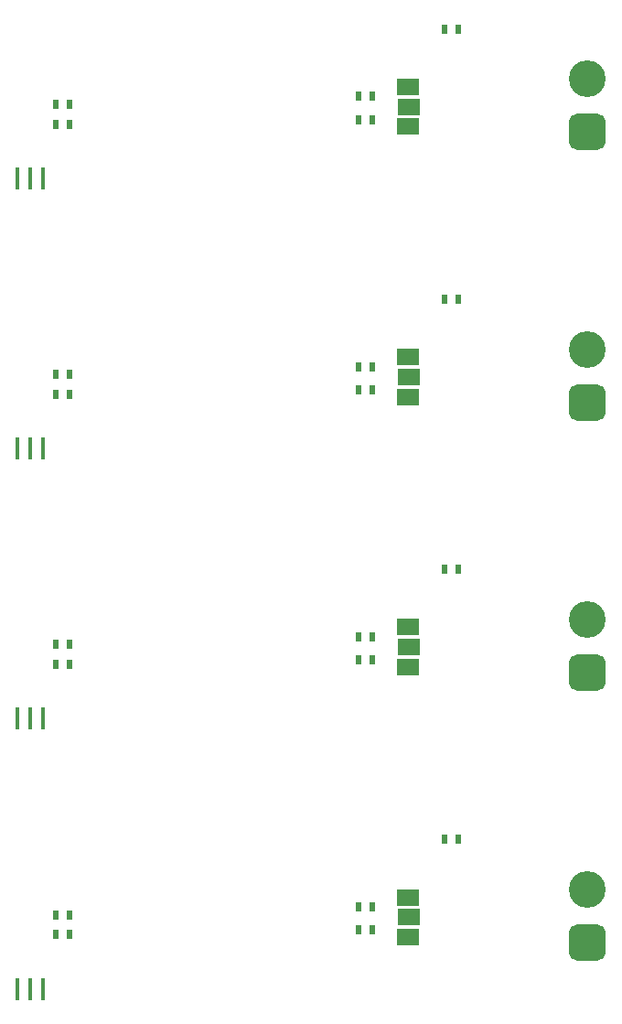
<source format=gtp>
G04*
G04 #@! TF.GenerationSoftware,Altium Limited,Altium Designer,21.4.1 (30)*
G04*
G04 Layer_Color=8421504*
%FSLAX44Y44*%
%MOMM*%
G71*
G04*
G04 #@! TF.SameCoordinates,FEFE2146-3251-4914-805E-4425F9BEF9EB*
G04*
G04*
G04 #@! TF.FilePolarity,Positive*
G04*
G01*
G75*
%ADD11C,3.4000*%
G04:AMPARAMS|DCode=12|XSize=3.4mm|YSize=3.4mm|CornerRadius=0.85mm|HoleSize=0mm|Usage=FLASHONLY|Rotation=0.000|XOffset=0mm|YOffset=0mm|HoleType=Round|Shape=RoundedRectangle|*
%AMROUNDEDRECTD12*
21,1,3.4000,1.7000,0,0,0.0*
21,1,1.7000,3.4000,0,0,0.0*
1,1,1.7000,0.8500,-0.8500*
1,1,1.7000,-0.8500,-0.8500*
1,1,1.7000,-0.8500,0.8500*
1,1,1.7000,0.8500,0.8500*
%
%ADD12ROUNDEDRECTD12*%
%ADD13R,0.6000X0.8500*%
%ADD14R,2.0000X1.5000*%
%ADD15R,0.4000X2.0000*%
D11*
X957184Y151231D02*
D03*
Y401231D02*
D03*
Y651231D02*
D03*
Y901231D02*
D03*
D12*
Y102231D02*
D03*
Y352231D02*
D03*
Y602231D02*
D03*
Y852231D02*
D03*
D13*
X758428Y113893D02*
D03*
X745984D02*
D03*
X478266Y128117D02*
D03*
X465822D02*
D03*
X478266Y109575D02*
D03*
X465822D02*
D03*
X837774Y197713D02*
D03*
X825330D02*
D03*
X758428Y135229D02*
D03*
X745984D02*
D03*
X758428Y363893D02*
D03*
X745984D02*
D03*
X478266Y378117D02*
D03*
X465822D02*
D03*
X478266Y359575D02*
D03*
X465822D02*
D03*
X837774Y447713D02*
D03*
X825330D02*
D03*
X758428Y385229D02*
D03*
X745984D02*
D03*
X758428Y613893D02*
D03*
X745984D02*
D03*
X478266Y628117D02*
D03*
X465822D02*
D03*
X478266Y609575D02*
D03*
X465822D02*
D03*
X837774Y697713D02*
D03*
X825330D02*
D03*
X758428Y635229D02*
D03*
X745984D02*
D03*
X758428Y863893D02*
D03*
X745984D02*
D03*
X478266Y878117D02*
D03*
X465822D02*
D03*
X478266Y859575D02*
D03*
X465822D02*
D03*
X837774Y947713D02*
D03*
X825330D02*
D03*
X758428Y885229D02*
D03*
X745984D02*
D03*
D14*
X791830Y107196D02*
D03*
Y144026D02*
D03*
X792084Y125738D02*
D03*
X791830Y357196D02*
D03*
Y394026D02*
D03*
X792084Y375738D02*
D03*
X791830Y607196D02*
D03*
Y644026D02*
D03*
X792084Y625738D02*
D03*
X791830Y857196D02*
D03*
Y894026D02*
D03*
X792084Y875738D02*
D03*
D15*
X429564Y59537D02*
D03*
X441564D02*
D03*
X453564D02*
D03*
X429564Y309537D02*
D03*
X441564D02*
D03*
X453564D02*
D03*
X429564Y559537D02*
D03*
X441564D02*
D03*
X453564D02*
D03*
X429564Y809537D02*
D03*
X441564D02*
D03*
X453564D02*
D03*
M02*

</source>
